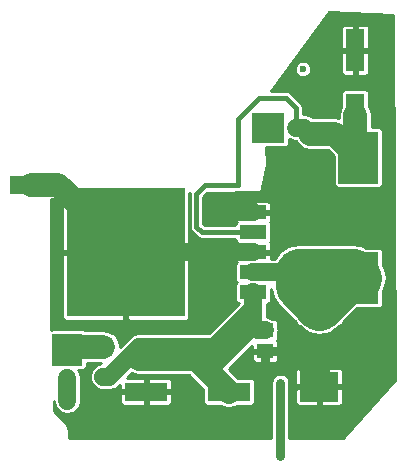
<source format=gtl>
G04 This is an RS-274x file exported by *
G04 gerbv version 2.6.0 *
G04 More information is available about gerbv at *
G04 http://gerbv.gpleda.org/ *
G04 --End of header info--*
%MOIN*%
%FSLAX34Y34*%
%IPPOS*%
G04 --Define apertures--*
%ADD10C,0.0059*%
%ADD11C,0.0394*%
%ADD12R,0.0472X0.0866*%
%ADD13R,0.0472X0.0551*%
%ADD14R,0.0630X0.0551*%
%ADD15R,0.0276X0.0630*%
%ADD16C,0.1969*%
%ADD17R,0.0579X0.0165*%
%ADD18R,0.1181X0.1701*%
%ADD19R,0.0394X0.0236*%
%ADD20R,0.0236X0.0394*%
%ADD21R,0.0800X0.1440*%
%ADD22R,0.0800X0.0400*%
%ADD23R,0.1417X0.0630*%
%ADD24R,0.0374X0.0394*%
%ADD25R,0.0394X0.0374*%
%ADD26R,0.0453X0.0709*%
%ADD27R,0.0453X0.0571*%
%ADD28R,0.0571X0.0453*%
%ADD29R,0.0906X0.0512*%
%ADD30R,0.2559X0.2323*%
%ADD31R,0.0600X0.0600*%
%ADD32C,0.0600*%
%ADD33R,0.1142X0.0591*%
%ADD34R,0.0591X0.1142*%
%ADD35R,0.0787X0.0433*%
%ADD36R,0.0315X0.0433*%
%ADD37R,0.0500X0.0250*%
%ADD38R,0.0098X0.0236*%
%ADD39R,0.0236X0.0098*%
%ADD40R,0.1299X0.1299*%
%ADD41R,0.1000X0.1051*%
%ADD42R,0.0500X0.0300*%
%ADD43R,0.1051X0.1000*%
%ADD44R,0.0300X0.0500*%
%ADD45C,0.1299*%
%ADD46C,0.1000*%
%ADD47R,0.0472X0.0709*%
%ADD48C,0.0315*%
%ADD49R,0.0250X0.0500*%
%ADD50R,0.0630X0.1417*%
%ADD51R,0.0787X0.0787*%
%ADD52C,0.0984*%
%ADD53R,0.0433X0.0787*%
%ADD54R,0.0433X0.0315*%
%ADD55C,0.1063*%
%ADD56C,0.0866*%
%ADD57R,0.0900X0.0450*%
%ADD58R,0.3937X0.4252*%
%ADD59R,0.1339X0.1732*%
%ADD60R,0.1299X0.0984*%
%ADD61C,0.0236*%
%ADD62C,0.0100*%
%ADD63C,0.0400*%
%ADD64C,0.0200*%
%ADD65C,0.0300*%
%ADD66C,0.0150*%
%ADD67C,0.1575*%
%ADD68C,0.0800*%
%ADD69C,0.0600*%
%ADD70C,0.0700*%
G04 --Start main section--*
G54D41*
G01X0025900Y0035138D03*
G54D42*
G01X0025900Y0034212D03*
G54D43*
G01X0032600Y0042538D03*
G54D44*
G01X0033526Y0042538D03*
G54D31*
G01X0027100Y0035238D03*
G54D32*
G01X0027100Y0034238D03*
G54D23*
G01X0024683Y0040638D03*
G54D28*
G01X0032500Y0035792D03*
G01X0032500Y0035084D03*
G54D57*
G01X0032100Y0037719D03*
G54D58*
G01X0027850Y0038388D03*
G54D57*
G01X0032100Y0039057D03*
G01X0032100Y0037049D03*
G01X0032100Y0038388D03*
G01X0032100Y0039727D03*
G54D59*
G01X0035600Y0037530D03*
G01X0035600Y0041546D03*
G54D50*
G01X0035500Y0042955D03*
G01X0035500Y0045121D03*
G54D60*
G01X0034300Y0036576D03*
G01X0034300Y0033899D03*
G54D23*
G01X0031277Y0033738D03*
G01X0028522Y0033738D03*
G54D61*
G01X0033000Y0034038D03*
G01X0032600Y0042538D03*
G01X0033400Y0035084D03*
G01X0032500Y0034638D03*
G01X0032500Y0035038D03*
G01X0028000Y0033538D03*
G01X0028400Y0033538D03*
G01X0029000Y0033538D03*
G01X0029000Y0033938D03*
G01X0028400Y0033938D03*
G01X0028000Y0033938D03*
G01X0032100Y0038338D03*
G01X0031600Y0038388D03*
G01X0031000Y0038338D03*
G01X0033600Y0040638D03*
G01X0034100Y0040638D03*
G01X0034100Y0040138D03*
G01X0034100Y0039638D03*
G01X0033600Y0039638D03*
G01X0033600Y0040138D03*
G01X0033100Y0040138D03*
G01X0033100Y0039738D03*
G01X0026100Y0038438D03*
G01X0026100Y0038938D03*
G01X0026600Y0038938D03*
G01X0027200Y0039038D03*
G01X0027600Y0038938D03*
G01X0028100Y0038938D03*
G01X0028600Y0038938D03*
G01X0029100Y0038938D03*
G01X0029600Y0038938D03*
G01X0029600Y0039438D03*
G01X0029100Y0039438D03*
G01X0028600Y0039438D03*
G01X0028100Y0039438D03*
G01X0027600Y0039438D03*
G01X0026600Y0039438D03*
G01X0026100Y0039438D03*
G01X0026100Y0039938D03*
G01X0027100Y0039938D03*
G01X0028100Y0039938D03*
G01X0029100Y0039938D03*
G01X0035500Y0045121D03*
G01X0030900Y0039738D03*
G01X0031500Y0039727D03*
G01X0032100Y0039738D03*
G01X0027100Y0038438D03*
G01X0026100Y0037938D03*
G01X0026600Y0037938D03*
G01X0027100Y0036438D03*
G01X0028100Y0036438D03*
G01X0029100Y0036438D03*
G01X0029600Y0036438D03*
G01X0029600Y0036938D03*
G01X0028600Y0036938D03*
G01X0027600Y0036938D03*
G01X0026600Y0036938D03*
G01X0026100Y0036938D03*
G01X0026100Y0037438D03*
G01X0027100Y0037438D03*
G01X0028100Y0037438D03*
G01X0029100Y0037438D03*
G01X0029600Y0037438D03*
G01X0029600Y0037938D03*
G01X0028600Y0037938D03*
G01X0028100Y0037938D03*
G01X0027600Y0037938D03*
G01X0027600Y0038438D03*
G01X0025150Y0040638D03*
G01X0025900Y0033438D03*
G01X0033750Y0044488D03*
G54D65*
G01X0033000Y0034038D02*
G01X0033000Y0031588D01*
G01X0032500Y0035038D02*
G01X0032500Y0034638D01*
G01X0032500Y0035084D02*
G01X0033400Y0035084D01*
G01X0033400Y0035084D02*
G01X0033554Y0035084D01*
G01X0033554Y0035084D02*
G01X0033600Y0035038D01*
G54D68*
G01X0034300Y0034338D02*
G01X0034300Y0033899D01*
G01X0034300Y0034338D02*
G01X0033600Y0035038D01*
G54D62*
G01X0028522Y0033738D02*
G01X0028200Y0033738D01*
G01X0028000Y0033538D02*
G01X0028522Y0033738D01*
G01X0029000Y0033538D02*
G01X0028400Y0033538D01*
G01X0028400Y0033938D02*
G01X0029000Y0033938D01*
G01X0028200Y0033738D02*
G01X0028000Y0033938D01*
G01X0032100Y0038338D02*
G01X0032050Y0038388D01*
G01X0032050Y0038388D02*
G01X0031600Y0038388D01*
G01X0034100Y0040638D02*
G01X0033600Y0040638D01*
G01X0034100Y0039638D02*
G01X0034100Y0040138D01*
G01X0033600Y0040138D02*
G01X0033600Y0039638D01*
G01X0033100Y0039738D02*
G01X0033100Y0040138D01*
G01X0026100Y0038438D02*
G01X0026100Y0038938D01*
G01X0026600Y0038938D02*
G01X0026700Y0039038D01*
G01X0026700Y0039038D02*
G01X0027200Y0039038D01*
G01X0027600Y0038938D02*
G01X0028100Y0038938D01*
G01X0028600Y0038938D02*
G01X0029100Y0038938D01*
G01X0029600Y0038938D02*
G01X0029600Y0039438D01*
G01X0029100Y0039438D02*
G01X0028600Y0039438D01*
G01X0028100Y0039438D02*
G01X0027600Y0039438D01*
G01X0026600Y0039438D02*
G01X0026100Y0039438D01*
G01X0026100Y0039938D02*
G01X0027100Y0039938D01*
G01X0028100Y0039938D02*
G01X0029100Y0039938D01*
G01X0031000Y0038338D02*
G01X0031000Y0038388D01*
G01X0031000Y0038388D02*
G01X0031000Y0038338D01*
G01X0031000Y0038338D02*
G01X0031000Y0038388D01*
G01X0032089Y0039727D02*
G01X0031500Y0039727D01*
G01X0032100Y0039738D02*
G01X0032089Y0039727D01*
G01X0030900Y0039738D02*
G01X0030900Y0039727D01*
G01X0030900Y0039727D02*
G01X0030900Y0039738D01*
G01X0030900Y0039738D02*
G01X0030900Y0039727D01*
G54D69*
G01X0032100Y0038388D02*
G01X0031000Y0038388D01*
G01X0031000Y0038388D02*
G01X0027850Y0038388D01*
G01X0032100Y0039727D02*
G01X0030900Y0039727D01*
G54D62*
G01X0027100Y0038438D02*
G01X0026600Y0037938D01*
G01X0026600Y0037938D02*
G01X0026100Y0037938D01*
G01X0026600Y0037938D02*
G01X0027600Y0037938D01*
G01X0026100Y0036438D02*
G01X0027850Y0038388D01*
G01X0027100Y0036438D02*
G01X0026100Y0036438D01*
G01X0029100Y0036438D02*
G01X0028100Y0036438D01*
G01X0029600Y0036938D02*
G01X0029600Y0036438D01*
G01X0027600Y0036938D02*
G01X0028600Y0036938D01*
G01X0026100Y0036938D02*
G01X0026600Y0036938D01*
G01X0027100Y0037438D02*
G01X0026100Y0037438D01*
G01X0029100Y0037438D02*
G01X0028100Y0037438D01*
G01X0029600Y0037938D02*
G01X0029600Y0037438D01*
G01X0028100Y0037938D02*
G01X0028600Y0037938D01*
G01X0027850Y0038388D02*
G01X0027650Y0038388D01*
G01X0027650Y0038388D02*
G01X0027600Y0038438D01*
G54D68*
G01X0024683Y0040638D02*
G01X0025600Y0040638D01*
G01X0025600Y0040638D02*
G01X0027850Y0038388D01*
G54D62*
G01X0024683Y0040638D02*
G01X0025150Y0040638D01*
G01X0025150Y0040638D02*
G01X0024550Y0040688D01*
G01X0024683Y0040638D02*
G01X0024683Y0040771D01*
G01X0024683Y0040771D02*
G01X0025150Y0040638D01*
G54D67*
G01X0033619Y0037719D02*
G01X0033619Y0037257D01*
G01X0033619Y0037257D02*
G01X0034300Y0036576D01*
G01X0033619Y0037719D02*
G01X0035411Y0037719D01*
G01X0035411Y0037719D02*
G01X0035600Y0037530D01*
G54D69*
G01X0032100Y0037719D02*
G01X0033619Y0037719D01*
G54D67*
G01X0035600Y0037530D02*
G01X0035253Y0037530D01*
G01X0035253Y0037530D02*
G01X0034300Y0036576D01*
G54D69*
G01X0028300Y0035238D02*
G01X0030800Y0035238D01*
G01X0030600Y0035238D02*
G01X0030600Y0035038D01*
G01X0030800Y0035238D02*
G01X0030600Y0035238D01*
G01X0027900Y0034838D02*
G01X0028300Y0035238D01*
G01X0028300Y0035238D02*
G01X0028300Y0034838D01*
G01X0030177Y0034838D02*
G01X0030400Y0034838D01*
G01X0030400Y0034838D02*
G01X0030600Y0035038D01*
G01X0030600Y0035038D02*
G01X0032100Y0036538D01*
G01X0032500Y0035792D02*
G01X0032246Y0035792D01*
G01X0032246Y0035792D02*
G01X0032100Y0035938D01*
G01X0032100Y0037049D02*
G01X0032100Y0036538D01*
G01X0032100Y0036538D02*
G01X0032100Y0035938D01*
G01X0032100Y0035938D02*
G01X0030588Y0034426D01*
G54D68*
G01X0028300Y0034838D02*
G01X0030177Y0034838D01*
G54D69*
G01X0027300Y0034238D02*
G01X0027900Y0034838D01*
G01X0027100Y0034238D02*
G01X0027300Y0034238D01*
G54D68*
G01X0030177Y0034838D02*
G01X0030588Y0034426D01*
G01X0030588Y0034426D02*
G01X0031277Y0033738D01*
G01X0027100Y0035238D02*
G01X0026000Y0035238D01*
G01X0026000Y0035238D02*
G01X0025900Y0035138D01*
G54D66*
G01X0031600Y0040638D02*
G01X0031600Y0042838D01*
G01X0033526Y0043212D02*
G01X0033526Y0042538D01*
G01X0033200Y0043538D02*
G01X0033526Y0043212D01*
G01X0032300Y0043538D02*
G01X0033200Y0043538D01*
G01X0031600Y0042838D02*
G01X0032300Y0043538D01*
G01X0030381Y0039057D02*
G01X0032100Y0039057D01*
G01X0030200Y0039238D02*
G01X0030381Y0039057D01*
G01X0030200Y0040338D02*
G01X0030200Y0039238D01*
G01X0030500Y0040638D02*
G01X0030200Y0040338D01*
G01X0031600Y0040638D02*
G01X0030500Y0040638D01*
G54D68*
G01X0034000Y0042338D02*
G01X0034808Y0042338D01*
G54D69*
G01X0033800Y0042538D02*
G01X0034000Y0042338D01*
G01X0033526Y0042538D02*
G01X0033800Y0042538D01*
G54D68*
G01X0034808Y0042338D02*
G01X0035600Y0041546D01*
G01X0035500Y0042955D02*
G01X0035500Y0041646D01*
G01X0035500Y0041646D02*
G01X0035600Y0041546D01*
G54D69*
G01X0025900Y0034212D02*
G01X0025900Y0033438D01*
G54D10*
G36*
G01X0036824Y0034127D02*
G01X0035099Y0032212D01*
G01X0035099Y0033377D01*
G01X0035099Y0034421D01*
G01X0035076Y0034476D01*
G01X0035034Y0034518D01*
G01X0034979Y0034541D01*
G01X0034919Y0034541D01*
G01X0034387Y0034541D01*
G01X0034350Y0034504D01*
G01X0034350Y0033949D01*
G01X0035062Y0033949D01*
G01X0035099Y0033986D01*
G01X0035099Y0034421D01*
G01X0035099Y0033377D01*
G01X0035099Y0033811D01*
G01X0035062Y0033849D01*
G01X0034350Y0033849D01*
G01X0034350Y0033294D01*
G01X0034387Y0033257D01*
G01X0034919Y0033257D01*
G01X0034979Y0033257D01*
G01X0035034Y0033280D01*
G01X0035076Y0033322D01*
G01X0035099Y0033377D01*
G01X0035099Y0032212D01*
G01X0035077Y0032188D01*
G01X0034250Y0032188D01*
G01X0034250Y0033294D01*
G01X0034250Y0033849D01*
G01X0034250Y0033949D01*
G01X0034250Y0034504D01*
G01X0034212Y0034541D01*
G01X0033680Y0034541D01*
G01X0033620Y0034541D01*
G01X0033565Y0034518D01*
G01X0033523Y0034476D01*
G01X0033500Y0034421D01*
G01X0033500Y0033986D01*
G01X0033537Y0033949D01*
G01X0034250Y0033949D01*
G01X0034250Y0033849D01*
G01X0033537Y0033849D01*
G01X0033500Y0033811D01*
G01X0033500Y0033377D01*
G01X0033523Y0033322D01*
G01X0033565Y0033280D01*
G01X0033620Y0033257D01*
G01X0033680Y0033257D01*
G01X0034212Y0033257D01*
G01X0034250Y0033294D01*
G01X0034250Y0032188D01*
G01X0033600Y0032188D01*
G01X0033300Y0032188D01*
G01X0033300Y0034038D01*
G01X0033277Y0034152D01*
G01X0033212Y0034250D01*
G01X0033114Y0034315D01*
G01X0033000Y0034338D01*
G01X0032935Y0034325D01*
G01X0032935Y0034827D01*
G01X0032935Y0034996D01*
G01X0032898Y0035034D01*
G01X0032550Y0035034D01*
G01X0032550Y0034745D01*
G01X0032587Y0034707D01*
G01X0032755Y0034707D01*
G01X0032815Y0034707D01*
G01X0032870Y0034730D01*
G01X0032912Y0034772D01*
G01X0032935Y0034827D01*
G01X0032935Y0034325D01*
G01X0032885Y0034315D01*
G01X0032787Y0034250D01*
G01X0032722Y0034152D01*
G01X0032700Y0034038D01*
G01X0032700Y0032188D01*
G01X0032450Y0032188D01*
G01X0032450Y0034745D01*
G01X0032450Y0035034D01*
G01X0032102Y0035034D01*
G01X0032064Y0034996D01*
G01X0032064Y0034827D01*
G01X0032087Y0034772D01*
G01X0032129Y0034730D01*
G01X0032184Y0034707D01*
G01X0032244Y0034707D01*
G01X0032412Y0034707D01*
G01X0032450Y0034745D01*
G01X0032450Y0032188D01*
G01X0029380Y0032188D01*
G01X0029380Y0033452D01*
G01X0029380Y0034023D01*
G01X0029380Y0034082D01*
G01X0029357Y0034138D01*
G01X0029315Y0034180D01*
G01X0029260Y0034203D01*
G01X0028609Y0034203D01*
G01X0028572Y0034165D01*
G01X0028572Y0033788D01*
G01X0029343Y0033788D01*
G01X0029380Y0033825D01*
G01X0029380Y0034023D01*
G01X0029380Y0033452D01*
G01X0029380Y0033650D01*
G01X0029343Y0033688D01*
G01X0028572Y0033688D01*
G01X0028572Y0033310D01*
G01X0028609Y0033273D01*
G01X0029260Y0033272D01*
G01X0029315Y0033295D01*
G01X0029357Y0033337D01*
G01X0029380Y0033393D01*
G01X0029380Y0033452D01*
G01X0029380Y0032188D01*
G01X0028472Y0032188D01*
G01X0028472Y0033310D01*
G01X0028472Y0033688D01*
G01X0027701Y0033688D01*
G01X0027663Y0033650D01*
G01X0027663Y0033452D01*
G01X0027663Y0033393D01*
G01X0027686Y0033337D01*
G01X0027728Y0033295D01*
G01X0027783Y0033272D01*
G01X0028434Y0033273D01*
G01X0028472Y0033310D01*
G01X0028472Y0032188D01*
G01X0025950Y0032188D01*
G01X0025950Y0032438D01*
G01X0025923Y0032571D01*
G01X0025923Y0032571D01*
G01X0025847Y0032685D01*
G01X0025450Y0033082D01*
G01X0025450Y0033438D01*
G01X0025484Y0033265D01*
G01X0025581Y0033119D01*
G01X0025727Y0033022D01*
G01X0025900Y0032988D01*
G01X0026072Y0033022D01*
G01X0026218Y0033119D01*
G01X0026315Y0033265D01*
G01X0026350Y0033438D01*
G01X0026350Y0034212D01*
G01X0026315Y0034384D01*
G01X0026282Y0034433D01*
G01X0026277Y0034446D01*
G01X0026267Y0034457D01*
G01X0026263Y0034462D01*
G01X0026429Y0034462D01*
G01X0026484Y0034485D01*
G01X0026527Y0034527D01*
G01X0026549Y0034582D01*
G01X0026550Y0034642D01*
G01X0026550Y0034688D01*
G01X0027010Y0034688D01*
G01X0026845Y0034619D01*
G01X0026781Y0034556D01*
G01X0026781Y0034556D01*
G01X0026781Y0034556D01*
G01X0026718Y0034493D01*
G01X0026684Y0034410D01*
G01X0026684Y0034410D01*
G01X0026684Y0034410D01*
G01X0026650Y0034327D01*
G01X0026650Y0034238D01*
G01X0026650Y0034238D01*
G01X0026650Y0034237D01*
G01X0026649Y0034148D01*
G01X0026684Y0034065D01*
G01X0026718Y0033983D01*
G01X0026781Y0033919D01*
G01X0026781Y0033919D01*
G01X0026844Y0033856D01*
G01X0026927Y0033822D01*
G01X0026927Y0033822D01*
G01X0027010Y0033788D01*
G01X0027099Y0033788D01*
G01X0027100Y0033788D01*
G01X0027100Y0033788D01*
G01X0027189Y0033787D01*
G01X0027189Y0033788D01*
G01X0027300Y0033788D01*
G01X0027472Y0033822D01*
G01X0027618Y0033919D01*
G01X0027663Y0033965D01*
G01X0027663Y0033825D01*
G01X0027701Y0033788D01*
G01X0028472Y0033788D01*
G01X0028472Y0034165D01*
G01X0028434Y0034203D01*
G01X0027901Y0034203D01*
G01X0028052Y0034354D01*
G01X0028089Y0034329D01*
G01X0028300Y0034288D01*
G01X0029950Y0034288D01*
G01X0030200Y0034038D01*
G01X0030200Y0034038D01*
G01X0030419Y0033818D01*
G01X0030419Y0033393D01*
G01X0030442Y0033338D01*
G01X0030484Y0033295D01*
G01X0030539Y0033273D01*
G01X0030599Y0033272D01*
G01X0031002Y0033272D01*
G01X0031067Y0033229D01*
G01X0031277Y0033188D01*
G01X0031488Y0033229D01*
G01X0031552Y0033272D01*
G01X0032016Y0033272D01*
G01X0032071Y0033295D01*
G01X0032113Y0033337D01*
G01X0032136Y0033393D01*
G01X0032136Y0033452D01*
G01X0032136Y0034082D01*
G01X0032113Y0034137D01*
G01X0032071Y0034180D01*
G01X0032016Y0034202D01*
G01X0031956Y0034203D01*
G01X0031590Y0034203D01*
G01X0031296Y0034497D01*
G01X0032064Y0035266D01*
G01X0032064Y0035171D01*
G01X0032102Y0035134D01*
G01X0032450Y0035134D01*
G01X0032450Y0035141D01*
G01X0032550Y0035141D01*
G01X0032550Y0035134D01*
G01X0032898Y0035134D01*
G01X0032935Y0035171D01*
G01X0032935Y0035340D01*
G01X0032912Y0035395D01*
G01X0032870Y0035437D01*
G01X0032869Y0035437D01*
G01X0032870Y0035438D01*
G01X0032912Y0035480D01*
G01X0032935Y0035535D01*
G01X0032935Y0035595D01*
G01X0032935Y0035719D01*
G01X0032950Y0035792D01*
G01X0032935Y0035864D01*
G01X0032935Y0036048D01*
G01X0032912Y0036103D01*
G01X0032870Y0036145D01*
G01X0032815Y0036168D01*
G01X0032755Y0036168D01*
G01X0032730Y0036168D01*
G01X0032672Y0036207D01*
G01X0032550Y0036232D01*
G01X0032550Y0036538D01*
G01X0032550Y0036673D01*
G01X0032579Y0036673D01*
G01X0032634Y0036696D01*
G01X0032677Y0036738D01*
G01X0032699Y0036794D01*
G01X0032700Y0036853D01*
G01X0032700Y0037164D01*
G01X0032752Y0036898D01*
G01X0032956Y0036594D01*
G01X0033503Y0036047D01*
G01X0033523Y0035999D01*
G01X0033565Y0035957D01*
G01X0033613Y0035937D01*
G01X0033637Y0035913D01*
G01X0033637Y0035913D01*
G01X0033840Y0035777D01*
G01X0033941Y0035710D01*
G01X0033941Y0035710D01*
G01X0034299Y0035639D01*
G01X0034300Y0035639D01*
G01X0034658Y0035710D01*
G01X0034658Y0035710D01*
G01X0034962Y0035913D01*
G01X0034986Y0035937D01*
G01X0035034Y0035957D01*
G01X0035076Y0035999D01*
G01X0035096Y0036047D01*
G01X0035563Y0036513D01*
G01X0036299Y0036513D01*
G01X0036354Y0036536D01*
G01X0036396Y0036578D01*
G01X0036419Y0036634D01*
G01X0036419Y0036693D01*
G01X0036419Y0037101D01*
G01X0036466Y0037171D01*
G01X0036537Y0037530D01*
G01X0036537Y0037530D01*
G01X0036477Y0037829D01*
G01X0036466Y0037888D01*
G01X0036466Y0037888D01*
G01X0036419Y0037958D01*
G01X0036419Y0037958D01*
G01X0036419Y0038425D01*
G01X0036396Y0038480D01*
G01X0036354Y0038523D01*
G01X0036299Y0038545D01*
G01X0036239Y0038546D01*
G01X0035828Y0038546D01*
G01X0035769Y0038585D01*
G01X0035411Y0038656D01*
G01X0033619Y0038656D01*
G01X0033260Y0038585D01*
G01X0032956Y0038381D01*
G01X0032813Y0038169D01*
G01X0032700Y0038169D01*
G01X0032700Y0038300D01*
G01X0032662Y0038338D01*
G01X0032150Y0038338D01*
G01X0032150Y0038330D01*
G01X0032050Y0038330D01*
G01X0032050Y0038338D01*
G01X0031537Y0038338D01*
G01X0031500Y0038300D01*
G01X0031499Y0038133D01*
G01X0031522Y0038078D01*
G01X0031547Y0038053D01*
G01X0031522Y0038029D01*
G01X0031500Y0037973D01*
G01X0031499Y0037914D01*
G01X0031499Y0037464D01*
G01X0031522Y0037409D01*
G01X0031547Y0037383D01*
G01X0031522Y0037359D01*
G01X0031500Y0037303D01*
G01X0031499Y0037244D01*
G01X0031499Y0036794D01*
G01X0031522Y0036739D01*
G01X0031564Y0036696D01*
G01X0031605Y0036680D01*
G01X0030613Y0035688D01*
G01X0030600Y0035688D01*
G01X0029968Y0035688D01*
G01X0029968Y0036232D01*
G01X0029968Y0038300D01*
G01X0029931Y0038338D01*
G01X0027900Y0038338D01*
G01X0027900Y0036149D01*
G01X0027937Y0036112D01*
G01X0029788Y0036111D01*
G01X0029848Y0036112D01*
G01X0029903Y0036134D01*
G01X0029945Y0036177D01*
G01X0029968Y0036232D01*
G01X0029968Y0035688D01*
G01X0028300Y0035688D01*
G01X0028127Y0035653D01*
G01X0027981Y0035556D01*
G01X0027981Y0035556D01*
G01X0027981Y0035556D01*
G01X0027800Y0035374D01*
G01X0027800Y0036149D01*
G01X0027800Y0038338D01*
G01X0025769Y0038338D01*
G01X0025731Y0038300D01*
G01X0025731Y0036232D01*
G01X0025754Y0036177D01*
G01X0025796Y0036134D01*
G01X0025851Y0036112D01*
G01X0025911Y0036111D01*
G01X0027762Y0036112D01*
G01X0027800Y0036149D01*
G01X0027800Y0035374D01*
G01X0027646Y0035221D01*
G01X0027650Y0035238D01*
G01X0027608Y0035448D01*
G01X0027550Y0035535D01*
G01X0027550Y0035567D01*
G01X0027527Y0035622D01*
G01X0027485Y0035665D01*
G01X0027429Y0035687D01*
G01X0027397Y0035688D01*
G01X0027310Y0035746D01*
G01X0027100Y0035788D01*
G01X0026487Y0035788D01*
G01X0026485Y0035790D01*
G01X0026429Y0035813D01*
G01X0026370Y0035813D01*
G01X0025370Y0035813D01*
G01X0025345Y0035803D01*
G01X0025345Y0040172D01*
G01X0025421Y0040172D01*
G01X0025476Y0040195D01*
G01X0025518Y0040237D01*
G01X0025541Y0040293D01*
G01X0025541Y0040327D01*
G01X0025731Y0040328D01*
G01X0025731Y0038475D01*
G01X0025769Y0038438D01*
G01X0027800Y0038438D01*
G01X0027800Y0038445D01*
G01X0027900Y0038445D01*
G01X0027900Y0038438D01*
G01X0029931Y0038438D01*
G01X0029968Y0038475D01*
G01X0029968Y0040367D01*
G01X0029980Y0040367D01*
G01X0029974Y0040338D01*
G01X0029975Y0040337D01*
G01X0029975Y0039238D01*
G01X0029974Y0039238D01*
G01X0029989Y0039166D01*
G01X0029992Y0039151D01*
G01X0030040Y0039078D01*
G01X0030221Y0038897D01*
G01X0030221Y0038897D01*
G01X0030294Y0038849D01*
G01X0030381Y0038832D01*
G01X0031499Y0038832D01*
G01X0031499Y0038802D01*
G01X0031522Y0038747D01*
G01X0031547Y0038722D01*
G01X0031522Y0038697D01*
G01X0031499Y0038642D01*
G01X0031500Y0038475D01*
G01X0031537Y0038438D01*
G01X0032050Y0038438D01*
G01X0032050Y0038445D01*
G01X0032150Y0038445D01*
G01X0032150Y0038438D01*
G01X0032662Y0038438D01*
G01X0032700Y0038475D01*
G01X0032700Y0038642D01*
G01X0032677Y0038697D01*
G01X0032652Y0038722D01*
G01X0032677Y0038746D01*
G01X0032699Y0038802D01*
G01X0032700Y0038861D01*
G01X0032700Y0039311D01*
G01X0032677Y0039366D01*
G01X0032652Y0039392D01*
G01X0032677Y0039417D01*
G01X0032700Y0039472D01*
G01X0032700Y0039981D01*
G01X0032677Y0040036D01*
G01X0032635Y0040079D01*
G01X0032579Y0040101D01*
G01X0032520Y0040102D01*
G01X0032187Y0040102D01*
G01X0032150Y0040064D01*
G01X0032150Y0039777D01*
G01X0032662Y0039777D01*
G01X0032700Y0039814D01*
G01X0032700Y0039981D01*
G01X0032700Y0039472D01*
G01X0032700Y0039639D01*
G01X0032662Y0039677D01*
G01X0032150Y0039677D01*
G01X0032150Y0039669D01*
G01X0032050Y0039669D01*
G01X0032050Y0039677D01*
G01X0032050Y0039777D01*
G01X0032050Y0040064D01*
G01X0032012Y0040102D01*
G01X0031679Y0040102D01*
G01X0031620Y0040101D01*
G01X0031564Y0040079D01*
G01X0031522Y0040036D01*
G01X0031499Y0039981D01*
G01X0031500Y0039814D01*
G01X0031537Y0039777D01*
G01X0032050Y0039777D01*
G01X0032050Y0039677D01*
G01X0031537Y0039677D01*
G01X0031500Y0039639D01*
G01X0031499Y0039472D01*
G01X0031522Y0039417D01*
G01X0031547Y0039391D01*
G01X0031522Y0039367D01*
G01X0031500Y0039311D01*
G01X0031499Y0039282D01*
G01X0030474Y0039282D01*
G01X0030425Y0039331D01*
G01X0030425Y0040244D01*
G01X0030552Y0040372D01*
G01X0032340Y0040388D01*
G01X0032550Y0041333D01*
G01X0032523Y0041887D01*
G01X0033155Y0041887D01*
G01X0033210Y0041910D01*
G01X0033252Y0041952D01*
G01X0033275Y0042008D01*
G01X0033275Y0042067D01*
G01X0033275Y0042174D01*
G01X0033280Y0042170D01*
G01X0033290Y0042160D01*
G01X0033304Y0042155D01*
G01X0033353Y0042122D01*
G01X0033517Y0042089D01*
G01X0033611Y0041949D01*
G01X0033789Y0041829D01*
G01X0034000Y0041788D01*
G01X0034580Y0041788D01*
G01X0034780Y0041587D01*
G01X0034780Y0040650D01*
G01X0034803Y0040595D01*
G01X0034845Y0040552D01*
G01X0034900Y0040530D01*
G01X0034960Y0040529D01*
G01X0036299Y0040529D01*
G01X0036354Y0040552D01*
G01X0036396Y0040594D01*
G01X0036419Y0040650D01*
G01X0036419Y0040709D01*
G01X0036419Y0042441D01*
G01X0036396Y0042496D01*
G01X0036354Y0042539D01*
G01X0036299Y0042561D01*
G01X0036239Y0042562D01*
G01X0036050Y0042562D01*
G01X0036050Y0042955D01*
G01X0036008Y0043165D01*
G01X0035965Y0043229D01*
G01X0035965Y0043693D01*
G01X0035965Y0044382D01*
G01X0035965Y0045859D01*
G01X0035942Y0045914D01*
G01X0035900Y0045956D01*
G01X0035844Y0045979D01*
G01X0035785Y0045979D01*
G01X0035587Y0045979D01*
G01X0035550Y0045942D01*
G01X0035550Y0045171D01*
G01X0035927Y0045171D01*
G01X0035965Y0045208D01*
G01X0035965Y0045859D01*
G01X0035965Y0044382D01*
G01X0035965Y0045033D01*
G01X0035927Y0045071D01*
G01X0035550Y0045071D01*
G01X0035550Y0044300D01*
G01X0035587Y0044262D01*
G01X0035785Y0044262D01*
G01X0035844Y0044262D01*
G01X0035900Y0044285D01*
G01X0035942Y0044327D01*
G01X0035965Y0044382D01*
G01X0035965Y0043693D01*
G01X0035942Y0043748D01*
G01X0035900Y0043790D01*
G01X0035844Y0043813D01*
G01X0035785Y0043813D01*
G01X0035450Y0043813D01*
G01X0035450Y0044300D01*
G01X0035450Y0045071D01*
G01X0035450Y0045171D01*
G01X0035450Y0045942D01*
G01X0035412Y0045979D01*
G01X0035214Y0045979D01*
G01X0035155Y0045979D01*
G01X0035099Y0045956D01*
G01X0035057Y0045914D01*
G01X0035034Y0045859D01*
G01X0035035Y0045208D01*
G01X0035072Y0045171D01*
G01X0035450Y0045171D01*
G01X0035450Y0045071D01*
G01X0035072Y0045071D01*
G01X0035035Y0045033D01*
G01X0035034Y0044382D01*
G01X0035057Y0044327D01*
G01X0035099Y0044285D01*
G01X0035155Y0044262D01*
G01X0035214Y0044262D01*
G01X0035412Y0044262D01*
G01X0035450Y0044300D01*
G01X0035450Y0043813D01*
G01X0035155Y0043813D01*
G01X0035100Y0043790D01*
G01X0035057Y0043748D01*
G01X0035035Y0043693D01*
G01X0035034Y0043633D01*
G01X0035034Y0043229D01*
G01X0034991Y0043165D01*
G01X0034950Y0042955D01*
G01X0034950Y0042859D01*
G01X0034808Y0042888D01*
G01X0034070Y0042888D01*
G01X0034018Y0042923D01*
G01X0034018Y0044541D01*
G01X0033977Y0044639D01*
G01X0033902Y0044715D01*
G01X0033803Y0044755D01*
G01X0033696Y0044756D01*
G01X0033598Y0044715D01*
G01X0033522Y0044640D01*
G01X0033482Y0044541D01*
G01X0033481Y0044434D01*
G01X0033522Y0044336D01*
G01X0033597Y0044260D01*
G01X0033696Y0044220D01*
G01X0033803Y0044219D01*
G01X0033901Y0044260D01*
G01X0033977Y0044335D01*
G01X0034017Y0044434D01*
G01X0034018Y0044541D01*
G01X0034018Y0042923D01*
G01X0033972Y0042953D01*
G01X0033800Y0042988D01*
G01X0033751Y0042988D01*
G01X0033751Y0043212D01*
G01X0033733Y0043298D01*
G01X0033733Y0043298D01*
G01X0033685Y0043371D01*
G01X0033685Y0043371D01*
G01X0033359Y0043697D01*
G01X0033286Y0043745D01*
G01X0033271Y0043748D01*
G01X0033200Y0043763D01*
G01X0033199Y0043763D01*
G01X0032700Y0043763D01*
G01X0034624Y0046386D01*
G01X0036750Y0046290D01*
G01X0036824Y0034127D01*
G01X0036824Y0034127D01*
G37*
G54D62*
G01X0036824Y0034127D02*
G01X0035099Y0032212D01*
G01X0035099Y0032212D02*
G01X0035099Y0033377D01*
G01X0035099Y0033377D02*
G01X0035099Y0034421D01*
G01X0035099Y0034421D02*
G01X0035076Y0034476D01*
G01X0035076Y0034476D02*
G01X0035034Y0034518D01*
G01X0035034Y0034518D02*
G01X0034979Y0034541D01*
G01X0034979Y0034541D02*
G01X0034919Y0034541D01*
G01X0034919Y0034541D02*
G01X0034387Y0034541D01*
G01X0034387Y0034541D02*
G01X0034350Y0034504D01*
G01X0034350Y0034504D02*
G01X0034350Y0033949D01*
G01X0034350Y0033949D02*
G01X0035062Y0033949D01*
G01X0035062Y0033949D02*
G01X0035099Y0033986D01*
G01X0035099Y0033986D02*
G01X0035099Y0034421D01*
G01X0035099Y0034421D02*
G01X0035099Y0033377D01*
G01X0035099Y0033377D02*
G01X0035099Y0033811D01*
G01X0035099Y0033811D02*
G01X0035062Y0033849D01*
G01X0035062Y0033849D02*
G01X0034350Y0033849D01*
G01X0034350Y0033849D02*
G01X0034350Y0033294D01*
G01X0034350Y0033294D02*
G01X0034387Y0033257D01*
G01X0034387Y0033257D02*
G01X0034919Y0033257D01*
G01X0034919Y0033257D02*
G01X0034979Y0033257D01*
G01X0034979Y0033257D02*
G01X0035034Y0033280D01*
G01X0035034Y0033280D02*
G01X0035076Y0033322D01*
G01X0035076Y0033322D02*
G01X0035099Y0033377D01*
G01X0035099Y0033377D02*
G01X0035099Y0032212D01*
G01X0035099Y0032212D02*
G01X0035077Y0032188D01*
G01X0035077Y0032188D02*
G01X0034250Y0032188D01*
G01X0034250Y0032188D02*
G01X0034250Y0033294D01*
G01X0034250Y0033294D02*
G01X0034250Y0033849D01*
G01X0034250Y0033849D02*
G01X0034250Y0033949D01*
G01X0034250Y0033949D02*
G01X0034250Y0034504D01*
G01X0034250Y0034504D02*
G01X0034212Y0034541D01*
G01X0034212Y0034541D02*
G01X0033680Y0034541D01*
G01X0033680Y0034541D02*
G01X0033620Y0034541D01*
G01X0033620Y0034541D02*
G01X0033565Y0034518D01*
G01X0033565Y0034518D02*
G01X0033523Y0034476D01*
G01X0033523Y0034476D02*
G01X0033500Y0034421D01*
G01X0033500Y0034421D02*
G01X0033500Y0033986D01*
G01X0033500Y0033986D02*
G01X0033537Y0033949D01*
G01X0033537Y0033949D02*
G01X0034250Y0033949D01*
G01X0034250Y0033949D02*
G01X0034250Y0033849D01*
G01X0034250Y0033849D02*
G01X0033537Y0033849D01*
G01X0033537Y0033849D02*
G01X0033500Y0033811D01*
G01X0033500Y0033811D02*
G01X0033500Y0033377D01*
G01X0033500Y0033377D02*
G01X0033523Y0033322D01*
G01X0033523Y0033322D02*
G01X0033565Y0033280D01*
G01X0033565Y0033280D02*
G01X0033620Y0033257D01*
G01X0033620Y0033257D02*
G01X0033680Y0033257D01*
G01X0033680Y0033257D02*
G01X0034212Y0033257D01*
G01X0034212Y0033257D02*
G01X0034250Y0033294D01*
G01X0034250Y0033294D02*
G01X0034250Y0032188D01*
G01X0034250Y0032188D02*
G01X0033600Y0032188D01*
G01X0033600Y0032188D02*
G01X0033300Y0032188D01*
G01X0033300Y0032188D02*
G01X0033300Y0034038D01*
G01X0033300Y0034038D02*
G01X0033277Y0034152D01*
G01X0033277Y0034152D02*
G01X0033212Y0034250D01*
G01X0033212Y0034250D02*
G01X0033114Y0034315D01*
G01X0033114Y0034315D02*
G01X0033000Y0034338D01*
G01X0033000Y0034338D02*
G01X0032935Y0034325D01*
G01X0032935Y0034325D02*
G01X0032935Y0034827D01*
G01X0032935Y0034827D02*
G01X0032935Y0034996D01*
G01X0032935Y0034996D02*
G01X0032898Y0035034D01*
G01X0032898Y0035034D02*
G01X0032550Y0035034D01*
G01X0032550Y0035034D02*
G01X0032550Y0034745D01*
G01X0032550Y0034745D02*
G01X0032587Y0034707D01*
G01X0032587Y0034707D02*
G01X0032755Y0034707D01*
G01X0032755Y0034707D02*
G01X0032815Y0034707D01*
G01X0032815Y0034707D02*
G01X0032870Y0034730D01*
G01X0032870Y0034730D02*
G01X0032912Y0034772D01*
G01X0032912Y0034772D02*
G01X0032935Y0034827D01*
G01X0032935Y0034827D02*
G01X0032935Y0034325D01*
G01X0032935Y0034325D02*
G01X0032885Y0034315D01*
G01X0032885Y0034315D02*
G01X0032787Y0034250D01*
G01X0032787Y0034250D02*
G01X0032722Y0034152D01*
G01X0032722Y0034152D02*
G01X0032700Y0034038D01*
G01X0032700Y0034038D02*
G01X0032700Y0032188D01*
G01X0032700Y0032188D02*
G01X0032450Y0032188D01*
G01X0032450Y0032188D02*
G01X0032450Y0034745D01*
G01X0032450Y0034745D02*
G01X0032450Y0035034D01*
G01X0032450Y0035034D02*
G01X0032102Y0035034D01*
G01X0032102Y0035034D02*
G01X0032064Y0034996D01*
G01X0032064Y0034996D02*
G01X0032064Y0034827D01*
G01X0032064Y0034827D02*
G01X0032087Y0034772D01*
G01X0032087Y0034772D02*
G01X0032129Y0034730D01*
G01X0032129Y0034730D02*
G01X0032184Y0034707D01*
G01X0032184Y0034707D02*
G01X0032244Y0034707D01*
G01X0032244Y0034707D02*
G01X0032412Y0034707D01*
G01X0032412Y0034707D02*
G01X0032450Y0034745D01*
G01X0032450Y0034745D02*
G01X0032450Y0032188D01*
G01X0032450Y0032188D02*
G01X0029380Y0032188D01*
G01X0029380Y0032188D02*
G01X0029380Y0033452D01*
G01X0029380Y0033452D02*
G01X0029380Y0034023D01*
G01X0029380Y0034023D02*
G01X0029380Y0034082D01*
G01X0029380Y0034082D02*
G01X0029357Y0034138D01*
G01X0029357Y0034138D02*
G01X0029315Y0034180D01*
G01X0029315Y0034180D02*
G01X0029260Y0034203D01*
G01X0029260Y0034203D02*
G01X0028609Y0034203D01*
G01X0028609Y0034203D02*
G01X0028572Y0034165D01*
G01X0028572Y0034165D02*
G01X0028572Y0033788D01*
G01X0028572Y0033788D02*
G01X0029343Y0033788D01*
G01X0029343Y0033788D02*
G01X0029380Y0033825D01*
G01X0029380Y0033825D02*
G01X0029380Y0034023D01*
G01X0029380Y0034023D02*
G01X0029380Y0033452D01*
G01X0029380Y0033452D02*
G01X0029380Y0033650D01*
G01X0029380Y0033650D02*
G01X0029343Y0033688D01*
G01X0029343Y0033688D02*
G01X0028572Y0033688D01*
G01X0028572Y0033688D02*
G01X0028572Y0033310D01*
G01X0028572Y0033310D02*
G01X0028609Y0033273D01*
G01X0028609Y0033273D02*
G01X0029260Y0033272D01*
G01X0029260Y0033272D02*
G01X0029315Y0033295D01*
G01X0029315Y0033295D02*
G01X0029357Y0033337D01*
G01X0029357Y0033337D02*
G01X0029380Y0033393D01*
G01X0029380Y0033393D02*
G01X0029380Y0033452D01*
G01X0029380Y0033452D02*
G01X0029380Y0032188D01*
G01X0029380Y0032188D02*
G01X0028472Y0032188D01*
G01X0028472Y0032188D02*
G01X0028472Y0033310D01*
G01X0028472Y0033310D02*
G01X0028472Y0033688D01*
G01X0028472Y0033688D02*
G01X0027701Y0033688D01*
G01X0027701Y0033688D02*
G01X0027663Y0033650D01*
G01X0027663Y0033650D02*
G01X0027663Y0033452D01*
G01X0027663Y0033452D02*
G01X0027663Y0033393D01*
G01X0027663Y0033393D02*
G01X0027686Y0033337D01*
G01X0027686Y0033337D02*
G01X0027728Y0033295D01*
G01X0027728Y0033295D02*
G01X0027783Y0033272D01*
G01X0027783Y0033272D02*
G01X0028434Y0033273D01*
G01X0028434Y0033273D02*
G01X0028472Y0033310D01*
G01X0028472Y0033310D02*
G01X0028472Y0032188D01*
G01X0028472Y0032188D02*
G01X0025950Y0032188D01*
G01X0025950Y0032188D02*
G01X0025950Y0032438D01*
G01X0025950Y0032438D02*
G01X0025923Y0032571D01*
G01X0025923Y0032571D02*
G01X0025923Y0032571D01*
G01X0025923Y0032571D02*
G01X0025847Y0032685D01*
G01X0025847Y0032685D02*
G01X0025450Y0033082D01*
G01X0025450Y0033082D02*
G01X0025450Y0033438D01*
G01X0025450Y0033438D02*
G01X0025484Y0033265D01*
G01X0025484Y0033265D02*
G01X0025581Y0033119D01*
G01X0025581Y0033119D02*
G01X0025727Y0033022D01*
G01X0025727Y0033022D02*
G01X0025900Y0032988D01*
G01X0025900Y0032988D02*
G01X0026072Y0033022D01*
G01X0026072Y0033022D02*
G01X0026218Y0033119D01*
G01X0026218Y0033119D02*
G01X0026315Y0033265D01*
G01X0026315Y0033265D02*
G01X0026350Y0033438D01*
G01X0026350Y0033438D02*
G01X0026350Y0034212D01*
G01X0026350Y0034212D02*
G01X0026315Y0034384D01*
G01X0026315Y0034384D02*
G01X0026282Y0034433D01*
G01X0026282Y0034433D02*
G01X0026277Y0034446D01*
G01X0026277Y0034446D02*
G01X0026267Y0034457D01*
G01X0026267Y0034457D02*
G01X0026263Y0034462D01*
G01X0026263Y0034462D02*
G01X0026429Y0034462D01*
G01X0026429Y0034462D02*
G01X0026484Y0034485D01*
G01X0026484Y0034485D02*
G01X0026527Y0034527D01*
G01X0026527Y0034527D02*
G01X0026549Y0034582D01*
G01X0026549Y0034582D02*
G01X0026550Y0034642D01*
G01X0026550Y0034642D02*
G01X0026550Y0034688D01*
G01X0026550Y0034688D02*
G01X0027010Y0034688D01*
G01X0027010Y0034688D02*
G01X0026845Y0034619D01*
G01X0026845Y0034619D02*
G01X0026781Y0034556D01*
G01X0026781Y0034556D02*
G01X0026781Y0034556D01*
G01X0026781Y0034556D02*
G01X0026781Y0034556D01*
G01X0026781Y0034556D02*
G01X0026718Y0034493D01*
G01X0026718Y0034493D02*
G01X0026684Y0034410D01*
G01X0026684Y0034410D02*
G01X0026684Y0034410D01*
G01X0026684Y0034410D02*
G01X0026684Y0034410D01*
G01X0026684Y0034410D02*
G01X0026650Y0034327D01*
G01X0026650Y0034327D02*
G01X0026650Y0034238D01*
G01X0026650Y0034238D02*
G01X0026650Y0034238D01*
G01X0026650Y0034238D02*
G01X0026650Y0034237D01*
G01X0026650Y0034237D02*
G01X0026649Y0034148D01*
G01X0026649Y0034148D02*
G01X0026684Y0034065D01*
G01X0026684Y0034065D02*
G01X0026718Y0033983D01*
G01X0026718Y0033983D02*
G01X0026781Y0033919D01*
G01X0026781Y0033919D02*
G01X0026781Y0033919D01*
G01X0026781Y0033919D02*
G01X0026844Y0033856D01*
G01X0026844Y0033856D02*
G01X0026927Y0033822D01*
G01X0026927Y0033822D02*
G01X0026927Y0033822D01*
G01X0026927Y0033822D02*
G01X0027010Y0033788D01*
G01X0027010Y0033788D02*
G01X0027099Y0033788D01*
G01X0027099Y0033788D02*
G01X0027100Y0033788D01*
G01X0027100Y0033788D02*
G01X0027100Y0033788D01*
G01X0027100Y0033788D02*
G01X0027189Y0033787D01*
G01X0027189Y0033787D02*
G01X0027189Y0033788D01*
G01X0027189Y0033788D02*
G01X0027300Y0033788D01*
G01X0027300Y0033788D02*
G01X0027472Y0033822D01*
G01X0027472Y0033822D02*
G01X0027618Y0033919D01*
G01X0027618Y0033919D02*
G01X0027663Y0033965D01*
G01X0027663Y0033965D02*
G01X0027663Y0033825D01*
G01X0027663Y0033825D02*
G01X0027701Y0033788D01*
G01X0027701Y0033788D02*
G01X0028472Y0033788D01*
G01X0028472Y0033788D02*
G01X0028472Y0034165D01*
G01X0028472Y0034165D02*
G01X0028434Y0034203D01*
G01X0028434Y0034203D02*
G01X0027901Y0034203D01*
G01X0027901Y0034203D02*
G01X0028052Y0034354D01*
G01X0028052Y0034354D02*
G01X0028089Y0034329D01*
G01X0028089Y0034329D02*
G01X0028300Y0034288D01*
G01X0028300Y0034288D02*
G01X0029950Y0034288D01*
G01X0029950Y0034288D02*
G01X0030200Y0034038D01*
G01X0030200Y0034038D02*
G01X0030200Y0034038D01*
G01X0030200Y0034038D02*
G01X0030419Y0033818D01*
G01X0030419Y0033818D02*
G01X0030419Y0033393D01*
G01X0030419Y0033393D02*
G01X0030442Y0033338D01*
G01X0030442Y0033338D02*
G01X0030484Y0033295D01*
G01X0030484Y0033295D02*
G01X0030539Y0033273D01*
G01X0030539Y0033273D02*
G01X0030599Y0033272D01*
G01X0030599Y0033272D02*
G01X0031002Y0033272D01*
G01X0031002Y0033272D02*
G01X0031067Y0033229D01*
G01X0031067Y0033229D02*
G01X0031277Y0033188D01*
G01X0031277Y0033188D02*
G01X0031488Y0033229D01*
G01X0031488Y0033229D02*
G01X0031552Y0033272D01*
G01X0031552Y0033272D02*
G01X0032016Y0033272D01*
G01X0032016Y0033272D02*
G01X0032071Y0033295D01*
G01X0032071Y0033295D02*
G01X0032113Y0033337D01*
G01X0032113Y0033337D02*
G01X0032136Y0033393D01*
G01X0032136Y0033393D02*
G01X0032136Y0033452D01*
G01X0032136Y0033452D02*
G01X0032136Y0034082D01*
G01X0032136Y0034082D02*
G01X0032113Y0034137D01*
G01X0032113Y0034137D02*
G01X0032071Y0034180D01*
G01X0032071Y0034180D02*
G01X0032016Y0034202D01*
G01X0032016Y0034202D02*
G01X0031956Y0034203D01*
G01X0031956Y0034203D02*
G01X0031590Y0034203D01*
G01X0031590Y0034203D02*
G01X0031296Y0034497D01*
G01X0031296Y0034497D02*
G01X0032064Y0035266D01*
G01X0032064Y0035266D02*
G01X0032064Y0035171D01*
G01X0032064Y0035171D02*
G01X0032102Y0035134D01*
G01X0032102Y0035134D02*
G01X0032450Y0035134D01*
G01X0032450Y0035134D02*
G01X0032450Y0035141D01*
G01X0032450Y0035141D02*
G01X0032550Y0035141D01*
G01X0032550Y0035141D02*
G01X0032550Y0035134D01*
G01X0032550Y0035134D02*
G01X0032898Y0035134D01*
G01X0032898Y0035134D02*
G01X0032935Y0035171D01*
G01X0032935Y0035171D02*
G01X0032935Y0035340D01*
G01X0032935Y0035340D02*
G01X0032912Y0035395D01*
G01X0032912Y0035395D02*
G01X0032870Y0035437D01*
G01X0032870Y0035437D02*
G01X0032869Y0035437D01*
G01X0032869Y0035437D02*
G01X0032870Y0035438D01*
G01X0032870Y0035438D02*
G01X0032912Y0035480D01*
G01X0032912Y0035480D02*
G01X0032935Y0035535D01*
G01X0032935Y0035535D02*
G01X0032935Y0035595D01*
G01X0032935Y0035595D02*
G01X0032935Y0035719D01*
G01X0032935Y0035719D02*
G01X0032950Y0035792D01*
G01X0032950Y0035792D02*
G01X0032935Y0035864D01*
G01X0032935Y0035864D02*
G01X0032935Y0036048D01*
G01X0032935Y0036048D02*
G01X0032912Y0036103D01*
G01X0032912Y0036103D02*
G01X0032870Y0036145D01*
G01X0032870Y0036145D02*
G01X0032815Y0036168D01*
G01X0032815Y0036168D02*
G01X0032755Y0036168D01*
G01X0032755Y0036168D02*
G01X0032730Y0036168D01*
G01X0032730Y0036168D02*
G01X0032672Y0036207D01*
G01X0032672Y0036207D02*
G01X0032550Y0036232D01*
G01X0032550Y0036232D02*
G01X0032550Y0036538D01*
G01X0032550Y0036538D02*
G01X0032550Y0036673D01*
G01X0032550Y0036673D02*
G01X0032579Y0036673D01*
G01X0032579Y0036673D02*
G01X0032634Y0036696D01*
G01X0032634Y0036696D02*
G01X0032677Y0036738D01*
G01X0032677Y0036738D02*
G01X0032699Y0036794D01*
G01X0032699Y0036794D02*
G01X0032700Y0036853D01*
G01X0032700Y0036853D02*
G01X0032700Y0037164D01*
G01X0032700Y0037164D02*
G01X0032752Y0036898D01*
G01X0032752Y0036898D02*
G01X0032956Y0036594D01*
G01X0032956Y0036594D02*
G01X0033503Y0036047D01*
G01X0033503Y0036047D02*
G01X0033523Y0035999D01*
G01X0033523Y0035999D02*
G01X0033565Y0035957D01*
G01X0033565Y0035957D02*
G01X0033613Y0035937D01*
G01X0033613Y0035937D02*
G01X0033637Y0035913D01*
G01X0033637Y0035913D02*
G01X0033637Y0035913D01*
G01X0033637Y0035913D02*
G01X0033840Y0035777D01*
G01X0033840Y0035777D02*
G01X0033941Y0035710D01*
G01X0033941Y0035710D02*
G01X0033941Y0035710D01*
G01X0033941Y0035710D02*
G01X0034299Y0035639D01*
G01X0034299Y0035639D02*
G01X0034300Y0035639D01*
G01X0034300Y0035639D02*
G01X0034658Y0035710D01*
G01X0034658Y0035710D02*
G01X0034658Y0035710D01*
G01X0034658Y0035710D02*
G01X0034962Y0035913D01*
G01X0034962Y0035913D02*
G01X0034986Y0035937D01*
G01X0034986Y0035937D02*
G01X0035034Y0035957D01*
G01X0035034Y0035957D02*
G01X0035076Y0035999D01*
G01X0035076Y0035999D02*
G01X0035096Y0036047D01*
G01X0035096Y0036047D02*
G01X0035563Y0036513D01*
G01X0035563Y0036513D02*
G01X0036299Y0036513D01*
G01X0036299Y0036513D02*
G01X0036354Y0036536D01*
G01X0036354Y0036536D02*
G01X0036396Y0036578D01*
G01X0036396Y0036578D02*
G01X0036419Y0036634D01*
G01X0036419Y0036634D02*
G01X0036419Y0036693D01*
G01X0036419Y0036693D02*
G01X0036419Y0037101D01*
G01X0036419Y0037101D02*
G01X0036466Y0037171D01*
G01X0036466Y0037171D02*
G01X0036537Y0037530D01*
G01X0036537Y0037530D02*
G01X0036537Y0037530D01*
G01X0036537Y0037530D02*
G01X0036477Y0037829D01*
G01X0036477Y0037829D02*
G01X0036466Y0037888D01*
G01X0036466Y0037888D02*
G01X0036466Y0037888D01*
G01X0036466Y0037888D02*
G01X0036419Y0037958D01*
G01X0036419Y0037958D02*
G01X0036419Y0037958D01*
G01X0036419Y0037958D02*
G01X0036419Y0038425D01*
G01X0036419Y0038425D02*
G01X0036396Y0038480D01*
G01X0036396Y0038480D02*
G01X0036354Y0038523D01*
G01X0036354Y0038523D02*
G01X0036299Y0038545D01*
G01X0036299Y0038545D02*
G01X0036239Y0038546D01*
G01X0036239Y0038546D02*
G01X0035828Y0038546D01*
G01X0035828Y0038546D02*
G01X0035769Y0038585D01*
G01X0035769Y0038585D02*
G01X0035411Y0038656D01*
G01X0035411Y0038656D02*
G01X0033619Y0038656D01*
G01X0033619Y0038656D02*
G01X0033260Y0038585D01*
G01X0033260Y0038585D02*
G01X0032956Y0038381D01*
G01X0032956Y0038381D02*
G01X0032813Y0038169D01*
G01X0032813Y0038169D02*
G01X0032700Y0038169D01*
G01X0032700Y0038169D02*
G01X0032700Y0038300D01*
G01X0032700Y0038300D02*
G01X0032662Y0038338D01*
G01X0032662Y0038338D02*
G01X0032150Y0038338D01*
G01X0032150Y0038338D02*
G01X0032150Y0038330D01*
G01X0032150Y0038330D02*
G01X0032050Y0038330D01*
G01X0032050Y0038330D02*
G01X0032050Y0038338D01*
G01X0032050Y0038338D02*
G01X0031537Y0038338D01*
G01X0031537Y0038338D02*
G01X0031500Y0038300D01*
G01X0031500Y0038300D02*
G01X0031499Y0038133D01*
G01X0031499Y0038133D02*
G01X0031522Y0038078D01*
G01X0031522Y0038078D02*
G01X0031547Y0038053D01*
G01X0031547Y0038053D02*
G01X0031522Y0038029D01*
G01X0031522Y0038029D02*
G01X0031500Y0037973D01*
G01X0031500Y0037973D02*
G01X0031499Y0037914D01*
G01X0031499Y0037914D02*
G01X0031499Y0037464D01*
G01X0031499Y0037464D02*
G01X0031522Y0037409D01*
G01X0031522Y0037409D02*
G01X0031547Y0037383D01*
G01X0031547Y0037383D02*
G01X0031522Y0037359D01*
G01X0031522Y0037359D02*
G01X0031500Y0037303D01*
G01X0031500Y0037303D02*
G01X0031499Y0037244D01*
G01X0031499Y0037244D02*
G01X0031499Y0036794D01*
G01X0031499Y0036794D02*
G01X0031522Y0036739D01*
G01X0031522Y0036739D02*
G01X0031564Y0036696D01*
G01X0031564Y0036696D02*
G01X0031605Y0036680D01*
G01X0031605Y0036680D02*
G01X0030613Y0035688D01*
G01X0030613Y0035688D02*
G01X0030600Y0035688D01*
G01X0030600Y0035688D02*
G01X0029968Y0035688D01*
G01X0029968Y0035688D02*
G01X0029968Y0036232D01*
G01X0029968Y0036232D02*
G01X0029968Y0038300D01*
G01X0029968Y0038300D02*
G01X0029931Y0038338D01*
G01X0029931Y0038338D02*
G01X0027900Y0038338D01*
G01X0027900Y0038338D02*
G01X0027900Y0036149D01*
G01X0027900Y0036149D02*
G01X0027937Y0036112D01*
G01X0027937Y0036112D02*
G01X0029788Y0036111D01*
G01X0029788Y0036111D02*
G01X0029848Y0036112D01*
G01X0029848Y0036112D02*
G01X0029903Y0036134D01*
G01X0029903Y0036134D02*
G01X0029945Y0036177D01*
G01X0029945Y0036177D02*
G01X0029968Y0036232D01*
G01X0029968Y0036232D02*
G01X0029968Y0035688D01*
G01X0029968Y0035688D02*
G01X0028300Y0035688D01*
G01X0028300Y0035688D02*
G01X0028127Y0035653D01*
G01X0028127Y0035653D02*
G01X0027981Y0035556D01*
G01X0027981Y0035556D02*
G01X0027981Y0035556D01*
G01X0027981Y0035556D02*
G01X0027981Y0035556D01*
G01X0027981Y0035556D02*
G01X0027800Y0035374D01*
G01X0027800Y0035374D02*
G01X0027800Y0036149D01*
G01X0027800Y0036149D02*
G01X0027800Y0038338D01*
G01X0027800Y0038338D02*
G01X0025769Y0038338D01*
G01X0025769Y0038338D02*
G01X0025731Y0038300D01*
G01X0025731Y0038300D02*
G01X0025731Y0036232D01*
G01X0025731Y0036232D02*
G01X0025754Y0036177D01*
G01X0025754Y0036177D02*
G01X0025796Y0036134D01*
G01X0025796Y0036134D02*
G01X0025851Y0036112D01*
G01X0025851Y0036112D02*
G01X0025911Y0036111D01*
G01X0025911Y0036111D02*
G01X0027762Y0036112D01*
G01X0027762Y0036112D02*
G01X0027800Y0036149D01*
G01X0027800Y0036149D02*
G01X0027800Y0035374D01*
G01X0027800Y0035374D02*
G01X0027646Y0035221D01*
G01X0027646Y0035221D02*
G01X0027650Y0035238D01*
G01X0027650Y0035238D02*
G01X0027608Y0035448D01*
G01X0027608Y0035448D02*
G01X0027550Y0035535D01*
G01X0027550Y0035535D02*
G01X0027550Y0035567D01*
G01X0027550Y0035567D02*
G01X0027527Y0035622D01*
G01X0027527Y0035622D02*
G01X0027485Y0035665D01*
G01X0027485Y0035665D02*
G01X0027429Y0035687D01*
G01X0027429Y0035687D02*
G01X0027397Y0035688D01*
G01X0027397Y0035688D02*
G01X0027310Y0035746D01*
G01X0027310Y0035746D02*
G01X0027100Y0035788D01*
G01X0027100Y0035788D02*
G01X0026487Y0035788D01*
G01X0026487Y0035788D02*
G01X0026485Y0035790D01*
G01X0026485Y0035790D02*
G01X0026429Y0035813D01*
G01X0026429Y0035813D02*
G01X0026370Y0035813D01*
G01X0026370Y0035813D02*
G01X0025370Y0035813D01*
G01X0025370Y0035813D02*
G01X0025345Y0035803D01*
G01X0025345Y0035803D02*
G01X0025345Y0040172D01*
G01X0025345Y0040172D02*
G01X0025421Y0040172D01*
G01X0025421Y0040172D02*
G01X0025476Y0040195D01*
G01X0025476Y0040195D02*
G01X0025518Y0040237D01*
G01X0025518Y0040237D02*
G01X0025541Y0040293D01*
G01X0025541Y0040293D02*
G01X0025541Y0040327D01*
G01X0025541Y0040327D02*
G01X0025731Y0040328D01*
G01X0025731Y0040328D02*
G01X0025731Y0038475D01*
G01X0025731Y0038475D02*
G01X0025769Y0038438D01*
G01X0025769Y0038438D02*
G01X0027800Y0038438D01*
G01X0027800Y0038438D02*
G01X0027800Y0038445D01*
G01X0027800Y0038445D02*
G01X0027900Y0038445D01*
G01X0027900Y0038445D02*
G01X0027900Y0038438D01*
G01X0027900Y0038438D02*
G01X0029931Y0038438D01*
G01X0029931Y0038438D02*
G01X0029968Y0038475D01*
G01X0029968Y0038475D02*
G01X0029968Y0040367D01*
G01X0029968Y0040367D02*
G01X0029980Y0040367D01*
G01X0029980Y0040367D02*
G01X0029974Y0040338D01*
G01X0029974Y0040338D02*
G01X0029975Y0040337D01*
G01X0029975Y0040337D02*
G01X0029975Y0039238D01*
G01X0029975Y0039238D02*
G01X0029974Y0039238D01*
G01X0029974Y0039238D02*
G01X0029989Y0039166D01*
G01X0029989Y0039166D02*
G01X0029992Y0039151D01*
G01X0029992Y0039151D02*
G01X0030040Y0039078D01*
G01X0030040Y0039078D02*
G01X0030221Y0038897D01*
G01X0030221Y0038897D02*
G01X0030221Y0038897D01*
G01X0030221Y0038897D02*
G01X0030294Y0038849D01*
G01X0030294Y0038849D02*
G01X0030381Y0038832D01*
G01X0030381Y0038832D02*
G01X0031499Y0038832D01*
G01X0031499Y0038832D02*
G01X0031499Y0038802D01*
G01X0031499Y0038802D02*
G01X0031522Y0038747D01*
G01X0031522Y0038747D02*
G01X0031547Y0038722D01*
G01X0031547Y0038722D02*
G01X0031522Y0038697D01*
G01X0031522Y0038697D02*
G01X0031499Y0038642D01*
G01X0031499Y0038642D02*
G01X0031500Y0038475D01*
G01X0031500Y0038475D02*
G01X0031537Y0038438D01*
G01X0031537Y0038438D02*
G01X0032050Y0038438D01*
G01X0032050Y0038438D02*
G01X0032050Y0038445D01*
G01X0032050Y0038445D02*
G01X0032150Y0038445D01*
G01X0032150Y0038445D02*
G01X0032150Y0038438D01*
G01X0032150Y0038438D02*
G01X0032662Y0038438D01*
G01X0032662Y0038438D02*
G01X0032700Y0038475D01*
G01X0032700Y0038475D02*
G01X0032700Y0038642D01*
G01X0032700Y0038642D02*
G01X0032677Y0038697D01*
G01X0032677Y0038697D02*
G01X0032652Y0038722D01*
G01X0032652Y0038722D02*
G01X0032677Y0038746D01*
G01X0032677Y0038746D02*
G01X0032699Y0038802D01*
G01X0032699Y0038802D02*
G01X0032700Y0038861D01*
G01X0032700Y0038861D02*
G01X0032700Y0039311D01*
G01X0032700Y0039311D02*
G01X0032677Y0039366D01*
G01X0032677Y0039366D02*
G01X0032652Y0039392D01*
G01X0032652Y0039392D02*
G01X0032677Y0039417D01*
G01X0032677Y0039417D02*
G01X0032700Y0039472D01*
G01X0032700Y0039472D02*
G01X0032700Y0039981D01*
G01X0032700Y0039981D02*
G01X0032677Y0040036D01*
G01X0032677Y0040036D02*
G01X0032635Y0040079D01*
G01X0032635Y0040079D02*
G01X0032579Y0040101D01*
G01X0032579Y0040101D02*
G01X0032520Y0040102D01*
G01X0032520Y0040102D02*
G01X0032187Y0040102D01*
G01X0032187Y0040102D02*
G01X0032150Y0040064D01*
G01X0032150Y0040064D02*
G01X0032150Y0039777D01*
G01X0032150Y0039777D02*
G01X0032662Y0039777D01*
G01X0032662Y0039777D02*
G01X0032700Y0039814D01*
G01X0032700Y0039814D02*
G01X0032700Y0039981D01*
G01X0032700Y0039981D02*
G01X0032700Y0039472D01*
G01X0032700Y0039472D02*
G01X0032700Y0039639D01*
G01X0032700Y0039639D02*
G01X0032662Y0039677D01*
G01X0032662Y0039677D02*
G01X0032150Y0039677D01*
G01X0032150Y0039677D02*
G01X0032150Y0039669D01*
G01X0032150Y0039669D02*
G01X0032050Y0039669D01*
G01X0032050Y0039669D02*
G01X0032050Y0039677D01*
G01X0032050Y0039677D02*
G01X0032050Y0039777D01*
G01X0032050Y0039777D02*
G01X0032050Y0040064D01*
G01X0032050Y0040064D02*
G01X0032012Y0040102D01*
G01X0032012Y0040102D02*
G01X0031679Y0040102D01*
G01X0031679Y0040102D02*
G01X0031620Y0040101D01*
G01X0031620Y0040101D02*
G01X0031564Y0040079D01*
G01X0031564Y0040079D02*
G01X0031522Y0040036D01*
G01X0031522Y0040036D02*
G01X0031499Y0039981D01*
G01X0031499Y0039981D02*
G01X0031500Y0039814D01*
G01X0031500Y0039814D02*
G01X0031537Y0039777D01*
G01X0031537Y0039777D02*
G01X0032050Y0039777D01*
G01X0032050Y0039777D02*
G01X0032050Y0039677D01*
G01X0032050Y0039677D02*
G01X0031537Y0039677D01*
G01X0031537Y0039677D02*
G01X0031500Y0039639D01*
G01X0031500Y0039639D02*
G01X0031499Y0039472D01*
G01X0031499Y0039472D02*
G01X0031522Y0039417D01*
G01X0031522Y0039417D02*
G01X0031547Y0039391D01*
G01X0031547Y0039391D02*
G01X0031522Y0039367D01*
G01X0031522Y0039367D02*
G01X0031500Y0039311D01*
G01X0031500Y0039311D02*
G01X0031499Y0039282D01*
G01X0031499Y0039282D02*
G01X0030474Y0039282D01*
G01X0030474Y0039282D02*
G01X0030425Y0039331D01*
G01X0030425Y0039331D02*
G01X0030425Y0040244D01*
G01X0030425Y0040244D02*
G01X0030552Y0040372D01*
G01X0030552Y0040372D02*
G01X0032340Y0040388D01*
G01X0032340Y0040388D02*
G01X0032550Y0041333D01*
G01X0032550Y0041333D02*
G01X0032523Y0041887D01*
G01X0032523Y0041887D02*
G01X0033155Y0041887D01*
G01X0033155Y0041887D02*
G01X0033210Y0041910D01*
G01X0033210Y0041910D02*
G01X0033252Y0041952D01*
G01X0033252Y0041952D02*
G01X0033275Y0042008D01*
G01X0033275Y0042008D02*
G01X0033275Y0042067D01*
G01X0033275Y0042067D02*
G01X0033275Y0042174D01*
G01X0033275Y0042174D02*
G01X0033280Y0042170D01*
G01X0033280Y0042170D02*
G01X0033290Y0042160D01*
G01X0033290Y0042160D02*
G01X0033304Y0042155D01*
G01X0033304Y0042155D02*
G01X0033353Y0042122D01*
G01X0033353Y0042122D02*
G01X0033517Y0042089D01*
G01X0033517Y0042089D02*
G01X0033611Y0041949D01*
G01X0033611Y0041949D02*
G01X0033789Y0041829D01*
G01X0033789Y0041829D02*
G01X0034000Y0041788D01*
G01X0034000Y0041788D02*
G01X0034580Y0041788D01*
G01X0034580Y0041788D02*
G01X0034780Y0041587D01*
G01X0034780Y0041587D02*
G01X0034780Y0040650D01*
G01X0034780Y0040650D02*
G01X0034803Y0040595D01*
G01X0034803Y0040595D02*
G01X0034845Y0040552D01*
G01X0034845Y0040552D02*
G01X0034900Y0040530D01*
G01X0034900Y0040530D02*
G01X0034960Y0040529D01*
G01X0034960Y0040529D02*
G01X0036299Y0040529D01*
G01X0036299Y0040529D02*
G01X0036354Y0040552D01*
G01X0036354Y0040552D02*
G01X0036396Y0040594D01*
G01X0036396Y0040594D02*
G01X0036419Y0040650D01*
G01X0036419Y0040650D02*
G01X0036419Y0040709D01*
G01X0036419Y0040709D02*
G01X0036419Y0042441D01*
G01X0036419Y0042441D02*
G01X0036396Y0042496D01*
G01X0036396Y0042496D02*
G01X0036354Y0042539D01*
G01X0036354Y0042539D02*
G01X0036299Y0042561D01*
G01X0036299Y0042561D02*
G01X0036239Y0042562D01*
G01X0036239Y0042562D02*
G01X0036050Y0042562D01*
G01X0036050Y0042562D02*
G01X0036050Y0042955D01*
G01X0036050Y0042955D02*
G01X0036008Y0043165D01*
G01X0036008Y0043165D02*
G01X0035965Y0043229D01*
G01X0035965Y0043229D02*
G01X0035965Y0043693D01*
G01X0035965Y0043693D02*
G01X0035965Y0044382D01*
G01X0035965Y0044382D02*
G01X0035965Y0045859D01*
G01X0035965Y0045859D02*
G01X0035942Y0045914D01*
G01X0035942Y0045914D02*
G01X0035900Y0045956D01*
G01X0035900Y0045956D02*
G01X0035844Y0045979D01*
G01X0035844Y0045979D02*
G01X0035785Y0045979D01*
G01X0035785Y0045979D02*
G01X0035587Y0045979D01*
G01X0035587Y0045979D02*
G01X0035550Y0045942D01*
G01X0035550Y0045942D02*
G01X0035550Y0045171D01*
G01X0035550Y0045171D02*
G01X0035927Y0045171D01*
G01X0035927Y0045171D02*
G01X0035965Y0045208D01*
G01X0035965Y0045208D02*
G01X0035965Y0045859D01*
G01X0035965Y0045859D02*
G01X0035965Y0044382D01*
G01X0035965Y0044382D02*
G01X0035965Y0045033D01*
G01X0035965Y0045033D02*
G01X0035927Y0045071D01*
G01X0035927Y0045071D02*
G01X0035550Y0045071D01*
G01X0035550Y0045071D02*
G01X0035550Y0044300D01*
G01X0035550Y0044300D02*
G01X0035587Y0044262D01*
G01X0035587Y0044262D02*
G01X0035785Y0044262D01*
G01X0035785Y0044262D02*
G01X0035844Y0044262D01*
G01X0035844Y0044262D02*
G01X0035900Y0044285D01*
G01X0035900Y0044285D02*
G01X0035942Y0044327D01*
G01X0035942Y0044327D02*
G01X0035965Y0044382D01*
G01X0035965Y0044382D02*
G01X0035965Y0043693D01*
G01X0035965Y0043693D02*
G01X0035942Y0043748D01*
G01X0035942Y0043748D02*
G01X0035900Y0043790D01*
G01X0035900Y0043790D02*
G01X0035844Y0043813D01*
G01X0035844Y0043813D02*
G01X0035785Y0043813D01*
G01X0035785Y0043813D02*
G01X0035450Y0043813D01*
G01X0035450Y0043813D02*
G01X0035450Y0044300D01*
G01X0035450Y0044300D02*
G01X0035450Y0045071D01*
G01X0035450Y0045071D02*
G01X0035450Y0045171D01*
G01X0035450Y0045171D02*
G01X0035450Y0045942D01*
G01X0035450Y0045942D02*
G01X0035412Y0045979D01*
G01X0035412Y0045979D02*
G01X0035214Y0045979D01*
G01X0035214Y0045979D02*
G01X0035155Y0045979D01*
G01X0035155Y0045979D02*
G01X0035099Y0045956D01*
G01X0035099Y0045956D02*
G01X0035057Y0045914D01*
G01X0035057Y0045914D02*
G01X0035034Y0045859D01*
G01X0035034Y0045859D02*
G01X0035035Y0045208D01*
G01X0035035Y0045208D02*
G01X0035072Y0045171D01*
G01X0035072Y0045171D02*
G01X0035450Y0045171D01*
G01X0035450Y0045171D02*
G01X0035450Y0045071D01*
G01X0035450Y0045071D02*
G01X0035072Y0045071D01*
G01X0035072Y0045071D02*
G01X0035035Y0045033D01*
G01X0035035Y0045033D02*
G01X0035034Y0044382D01*
G01X0035034Y0044382D02*
G01X0035057Y0044327D01*
G01X0035057Y0044327D02*
G01X0035099Y0044285D01*
G01X0035099Y0044285D02*
G01X0035155Y0044262D01*
G01X0035155Y0044262D02*
G01X0035214Y0044262D01*
G01X0035214Y0044262D02*
G01X0035412Y0044262D01*
G01X0035412Y0044262D02*
G01X0035450Y0044300D01*
G01X0035450Y0044300D02*
G01X0035450Y0043813D01*
G01X0035450Y0043813D02*
G01X0035155Y0043813D01*
G01X0035155Y0043813D02*
G01X0035100Y0043790D01*
G01X0035100Y0043790D02*
G01X0035057Y0043748D01*
G01X0035057Y0043748D02*
G01X0035035Y0043693D01*
G01X0035035Y0043693D02*
G01X0035034Y0043633D01*
G01X0035034Y0043633D02*
G01X0035034Y0043229D01*
G01X0035034Y0043229D02*
G01X0034991Y0043165D01*
G01X0034991Y0043165D02*
G01X0034950Y0042955D01*
G01X0034950Y0042955D02*
G01X0034950Y0042859D01*
G01X0034950Y0042859D02*
G01X0034808Y0042888D01*
G01X0034808Y0042888D02*
G01X0034070Y0042888D01*
G01X0034070Y0042888D02*
G01X0034018Y0042923D01*
G01X0034018Y0042923D02*
G01X0034018Y0044541D01*
G01X0034018Y0044541D02*
G01X0033977Y0044639D01*
G01X0033977Y0044639D02*
G01X0033902Y0044715D01*
G01X0033902Y0044715D02*
G01X0033803Y0044755D01*
G01X0033803Y0044755D02*
G01X0033696Y0044756D01*
G01X0033696Y0044756D02*
G01X0033598Y0044715D01*
G01X0033598Y0044715D02*
G01X0033522Y0044640D01*
G01X0033522Y0044640D02*
G01X0033482Y0044541D01*
G01X0033482Y0044541D02*
G01X0033481Y0044434D01*
G01X0033481Y0044434D02*
G01X0033522Y0044336D01*
G01X0033522Y0044336D02*
G01X0033597Y0044260D01*
G01X0033597Y0044260D02*
G01X0033696Y0044220D01*
G01X0033696Y0044220D02*
G01X0033803Y0044219D01*
G01X0033803Y0044219D02*
G01X0033901Y0044260D01*
G01X0033901Y0044260D02*
G01X0033977Y0044335D01*
G01X0033977Y0044335D02*
G01X0034017Y0044434D01*
G01X0034017Y0044434D02*
G01X0034018Y0044541D01*
G01X0034018Y0044541D02*
G01X0034018Y0042923D01*
G01X0034018Y0042923D02*
G01X0033972Y0042953D01*
G01X0033972Y0042953D02*
G01X0033800Y0042988D01*
G01X0033800Y0042988D02*
G01X0033751Y0042988D01*
G01X0033751Y0042988D02*
G01X0033751Y0043212D01*
G01X0033751Y0043212D02*
G01X0033733Y0043298D01*
G01X0033733Y0043298D02*
G01X0033733Y0043298D01*
G01X0033733Y0043298D02*
G01X0033685Y0043371D01*
G01X0033685Y0043371D02*
G01X0033685Y0043371D01*
G01X0033685Y0043371D02*
G01X0033359Y0043697D01*
G01X0033359Y0043697D02*
G01X0033286Y0043745D01*
G01X0033286Y0043745D02*
G01X0033271Y0043748D01*
G01X0033271Y0043748D02*
G01X0033200Y0043763D01*
G01X0033200Y0043763D02*
G01X0033199Y0043763D01*
G01X0033199Y0043763D02*
G01X0032700Y0043763D01*
G01X0032700Y0043763D02*
G01X0034624Y0046386D01*
G01X0034624Y0046386D02*
G01X0036750Y0046290D01*
G01X0036750Y0046290D02*
G01X0036824Y0034127D01*
M02*

</source>
